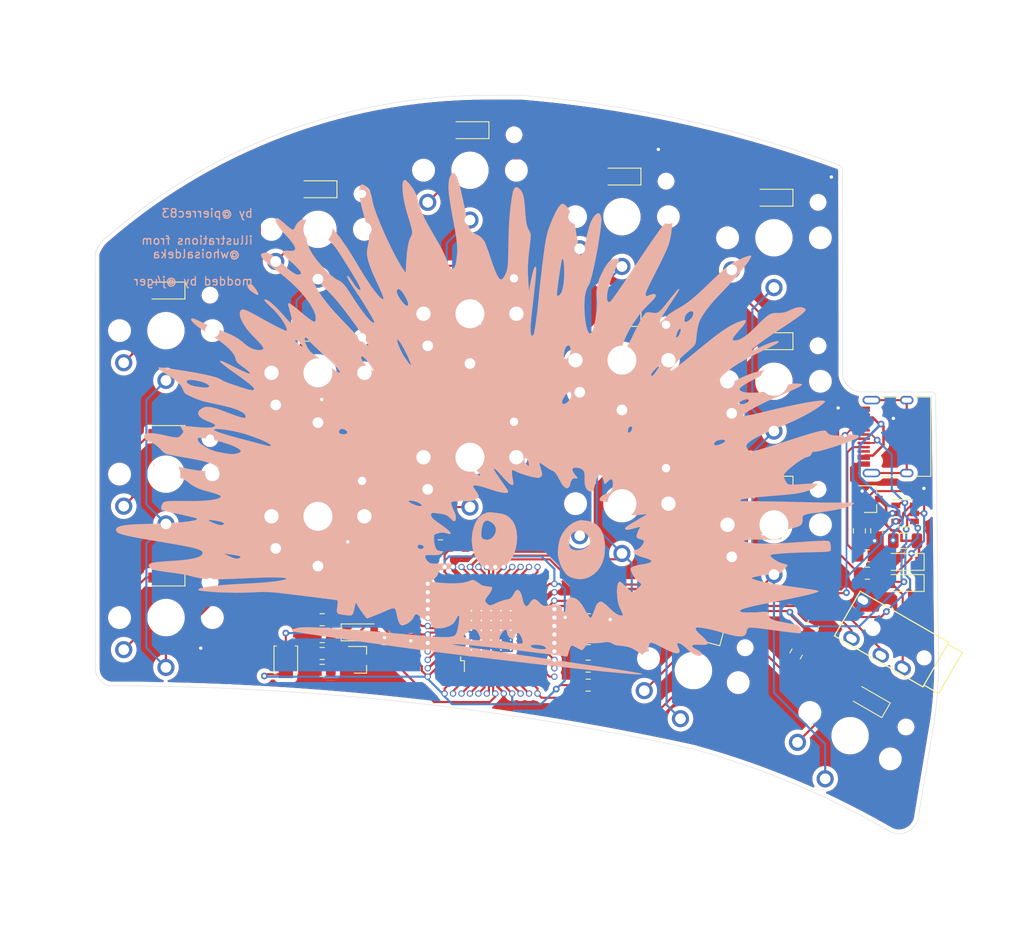
<source format=kicad_pcb>
(kicad_pcb (version 20211014) (generator pcbnew)
  (layers (0 "F.Cu" signal) (31 "B.Cu" signal) (34 "B.Paste" user) (35 "F.Paste" user) (36 "B.SilkS" user "B.Silkscreen") (37 "F.SilkS" user "F.Silkscreen") (38 "B.Mask" user) (39 "F.Mask" user) (44 "Edge.Cuts" user))
  (net 0 "")
  (net 1 "+5V")
  (net 2 "VCC")
  (net 3 "/col4")
  (net 4 "Net-(J1-PadA5)")
  (net 5 "Net-(J1-PadB5)")
  (net 6 "/col0")
  (net 7 "/col2")
  (net 8 "/col1")
  (net 9 "/col3")
  (net 10 "/row0,0")
  (net 11 "/row0,1")
  (net 12 "/row0,2")
  (net 13 "/row0,3")
  (net 14 "Net-(D0_0-Pad2)")
  (net 15 "Net-(D0_1-Pad2)")
  (net 16 "Net-(D0_2-Pad2)")
  (net 17 "Net-(D0_3-Pad2)")
  (net 18 "Net-(D1_0-Pad2)")
  (net 19 "Net-(D1_1-Pad2)")
  (net 20 "Net-(D1_2-Pad2)")
  (net 21 "Net-(D1_3-Pad2)")
  (net 22 "Net-(D1_4-Pad2)")
  (net 23 "Net-(D2_0-Pad2)")
  (net 24 "Net-(D2_1-Pad2)")
  (net 25 "Net-(D2_2-Pad2)")
  (net 26 "Net-(D2_3-Pad2)")
  (net 27 "Net-(D2_4-Pad2)")
  (net 28 "Net-(D3_3-Pad2)")
  (net 29 "Net-(D3_4-Pad2)")
  (net 30 "Net-(D0_4-Pad2)")
  (net 31 "/D-")
  (net 32 "/D+")
  (net 33 "GND")
  (net 34 "+3V3")
  (net 35 "Net-(D3-Pad2)")
  (net 36 "Net-(J1-PadS1)")
  (net 37 "i2c_sda")
  (net 38 "i2c_scl")
  (net 39 "BOOT0")
  (net 40 "NRST")
  (net 41 "Net-(U1-Pad2)")
  (net 42 "Net-(U1-Pad3)")
  (net 43 "Net-(U1-Pad4)")
  (net 44 "Net-(U1-Pad5)")
  (net 45 "Net-(U1-Pad6)")
  (net 46 "Net-(U1-Pad10)")
  (net 47 "Net-(U1-Pad11)")
  (net 48 "Net-(U1-Pad13)")
  (net 49 "Net-(U1-Pad14)")
  (net 50 "Net-(U1-Pad15)")
  (net 51 "Net-(U1-Pad16)")
  (net 52 "Net-(U1-Pad17)")
  (net 53 "Net-(U1-Pad18)")
  (net 54 "Net-(U1-Pad19)")
  (net 55 "Net-(U1-Pad20)")
  (net 56 "Net-(U1-Pad25)")
  (net 57 "Net-(U1-Pad26)")
  (net 58 "Net-(U1-Pad27)")
  (net 59 "Net-(U1-Pad28)")
  (net 60 "Net-(U1-Pad29)")
  (net 61 "Net-(U1-Pad30)")
  (net 62 "Net-(U1-Pad31)")
  (net 63 "Net-(U1-Pad34)")
  (net 64 "Net-(U1-Pad46)")
  (net 65 "Net-(J1-PadB8)")
  (net 66 "Net-(J1-PadA8)")
  (footprint "switches:Choc_PG1350_Choc_Spacing" (layer "F.Cu") (at 22 41)
    (fp_text reference "K0_0" hide)
    (fp_text value "KEYSW" hide)
  )
  (footprint "Resistor_SMD:R_0805_2012Metric_Pad1.15x1.40mm_HandSolder" (layer "F.Cu") (at 105.037679 67.669135 180)
    (fp_text reference "R1" hide)
    (fp_text value "5.1kΩ" hide)
  )
  (footprint "Diode_SMD:D_SOD-123" (layer "F.Cu") (at 40 58.25 180)
    (fp_text reference "D2_1" hide)
    (fp_text value "1N4148W" hide)
  )
  (footprint "switches:Choc_PG1350_Choc_Spacing" (layer "F.Cu") (at 76 44.5)
    (fp_text reference "K1_3" hide)
    (fp_text value "KEYSW" hide)
  )
  (footprint "Diode_SMD:D_SOD-123" (layer "F.Cu") (at 22 53.25 180)
    (fp_text reference "D1_0" hide)
    (fp_text value "1N4148W" hide)
  )
  (footprint "Diode_SMD:D_SOD-123" (layer "F.Cu") (at 94 59.25 180)
    (fp_text reference "D2_4" hide)
    (fp_text value "1N4148W" hide)
  )
  (footprint "Diode_SMD:D_SOD-123" (layer "F.Cu") (at 22 70.25 180)
    (fp_text reference "D2_0" hide)
    (fp_text value "1N4148W" hide)
  )
  (footprint "Diode_SMD:D_SOD-123" (layer "F.Cu") (at 58 17.25 180)
    (fp_text reference "D0_2" hide)
    (fp_text value "1N4148W" hide)
  )
  (footprint "Connector_USB:USB_C_Receptacle_HRO_TYPE-C-31-M-12" (layer "F.Cu") (at 108.675579 53.555419 90)
    (fp_text reference "J1" hide)
    (fp_text value "TYPE-C-31-M-12" hide)
  )
  (footprint "switches:Choc_PG1350_Choc_Spacing" (layer "F.Cu") (at 40 29)
    (fp_text reference "K0_1" hide)
    (fp_text value "KEYSW" hide)
  )
  (footprint "switches:Choc_PG1350_Choc_Spacing" (layer "F.Cu") (at 94 64)
    (fp_text reference "K2_4" hide)
    (fp_text value "KEYSW" hide)
  )
  (footprint "switches:Choc_PG1350_Choc_Spacing" (layer "F.Cu") (at 76 27.5)
    (fp_text reference "K0_3" hide)
    (fp_text value "KEYSW" hide)
  )
  (footprint "Diode_SMD:D_SOD-123" (layer "F.Cu") (at 40 41.25 180)
    (fp_text reference "D1_1" hide)
    (fp_text value "1N4148W" hide)
  )
  (footprint "Diode_SMD:D_SOD-123" (layer "F.Cu") (at 76 22.75 180)
    (fp_text reference "D0_3" hide)
    (fp_text value "1N4148W" hide)
  )
  (footprint "Diode_SMD:D_SOD-123" (layer "F.Cu") (at 105.325 84.86 150)
    (fp_text reference "D3_4" hide)
    (fp_text value "1N4148W" hide)
  )
  (footprint "switches:Choc_PG1350_Choc_Spacing" (layer "F.Cu") (at 22 75)
    (fp_text reference "K2_0" hide)
    (fp_text value "KEYSW" hide)
  )
  (footprint "Diode_SMD:D_SOD-123" (layer "F.Cu") (at 58 51 180)
    (fp_text reference "D2_2" hide)
    (fp_text value "1N4148W" hide)
  )
  (footprint "switches:Choc_PG1350_Choc_Spacing" (layer "F.Cu") (at 76 61.5)
    (fp_text reference "K2_3" hide)
    (fp_text value "KEYSW" hide)
  )
  (footprint "Diode_SMD:D_SOD-123" (layer "F.Cu") (at 85.665 76.79 165)
    (fp_text reference "D3_3" hide)
    (fp_text value "1N4148W" hide)
  )
  (footprint "Diode_SMD:D_SOD-123" (layer "F.Cu") (at 76 39.5 180)
    (fp_text reference "D1_3" hide)
    (fp_text value "1N4148W" hide)
  )
  (footprint "Diode_SMD:D_SOD-123" (layer "F.Cu") (at 58 34.25 180)
    (fp_text reference "D1_2" hide)
    (fp_text value "1N4148W" hide)
  )
  (footprint "Resistor_SMD:R_0805_2012Metric_Pad1.15x1.40mm_HandSolder" (layer "F.Cu") (at 105.060207 69.741686 180)
    (fp_text reference "R2" hide)
    (fp_text value "5.1kΩ" hide)
  )
  (footprint "Diode_SMD:D_SOD-123" (layer "F.Cu") (at 22 36.25 180)
    (fp_text reference "D0_0" hide)
    (fp_text value "1N4148W" hide)
  )
  (footprint "switches:Choc_PG1350_Choc_Spacing" (layer "F.Cu") (at 94 30)
    (fp_text reference "K0_4" hide)
    (fp_text value "KEYSW" hide)
  )
  (footprint "switches:Choc_PG1350_Choc_Spacing" (layer "F.Cu") (at 22 58)
    (fp_text reference "K1_0" hide)
    (fp_text value "KEYSW" hide)
  )
  (footprint "switches:Choc_PG1350_Choc_Spacing" (layer "F.Cu") (at 58 22)
    (fp_text reference "K0_2" hide)
    (fp_text value "KEYSW" hide)
  )
  (footprint "Diode_SMD:D_SOD-123" (layer "F.Cu") (at 94 42.25 180)
    (fp_text reference "D1_4" hide)
    (fp_text value "1N4148W" hide)
  )
  (footprint "Diode_SMD:D_SOD-123" (layer "F.Cu") (at 94 25.25 180)
    (fp_text reference "D0_4" hide)
    (fp_text value "1N4148W" hide)
  )
  (footprint "Diode_SMD:D_SOD-123" (layer "F.Cu") (at 40 24.25 180)
    (fp_text reference "D0_1" hide)
    (fp_text value "1N4148W" hide)
  )
  (footprint "switches:Choc_PG1350_Choc_Spacing" (layer "F.Cu") (at 103.015 88.99 -30)
    (fp_text reference "K3_4" hide)
    (fp_text value "KEYSW" hide)
  )
  (footprint "switches:Choc_PG1350_Choc_Spacing" (layer "F.Cu") (at 40 46)
    (fp_text reference "K1_1" hide)
    (fp_text value "KEYSW" hide)
  )
  (footprint "switches:Choc_PG1350_Choc_Spacing" (layer "F.Cu") (at 58 39)
    (fp_text reference "K1_2" hide)
    (fp_text value "KEYSW" hide)
  )
  (footprint "Diode_SMD:D_SOD-123" (layer "F.Cu") (at 76 56.75 180)
    (fp_text reference "D2_3" hide)
    (fp_text value "1N4148W" hide)
  )
  (footprint "switches:Choc_PG1350_Choc_Spacing" (layer "F.Cu") (at 40 63)
    (fp_text reference "K2_1" hide)
    (fp_text value "KEYSW" hide)
  )
  (footprint "switches:Choc_PG1350_Choc_Spacing" (layer "F.Cu") (at 94 47)
    (fp_text reference "K1_4" hide)
    (fp_text value "KEYSW" hide)
  )
  (footprint "kbd:TRRS-PJ-320A" (layer "F.Cu") (at 113.1674 80.571939 -120)
    (fp_text reference "Jack0" hide)
    (fp_text value "PJ-320A" hide)
  )
  (footprint "switches:Choc_PG1350_Choc_Spacing" (layer "F.Cu") (at 84.455 81.28 -15)
    (fp_text reference "K3_3" hide)
    (fp_text value "KEYSW" hide)
  )
  (footprint "switches:Choc_PG1350_Choc_Spacing" (layer "F.Cu") (at 58 56)
    (fp_text reference "K2_2" hide)
    (fp_text value "KEYSW" hide)
  )
  (footprint "Fuse:Fuse_1206_3216Metric" (layer "F.Cu") (at 109.531156 65.899778 180)
    (fp_text reference "F1" hide)
    (fp_text value "500mA" hide)
  )
  (footprint "Capacitor_SMD:C_0805_2012Metric_Pad1.15x1.40mm_HandSolder" (layer "F.Cu") (at 106.168627 64.723219 -90)
    (fp_text reference "C1" hide)
    (fp_text value "1uF" hide)
  )
  (footprint "Capacitor_SMD:C_0805_2012Metric_Pad1.15x1.40mm_HandSolder" (layer "F.Cu") (at 96.624343 79.311058 -120)
    (fp_text reference "C2" hide)
    (fp_text value "1uF" hide)
  )
  (footprint "Capacitor_SMD:C_0805_2012Metric_Pad1.15x1.40mm_HandSolder" (layer "F.Cu") (at 40.5 77.25 180)
    (fp_text reference "C3" hide)
    (fp_text value "10uF" hide)
  )
  (footprint "Capacitor_SMD:C_0805_2012Metric_Pad1.15x1.40mm_HandSolder" (layer "F.Cu") (at 40.5 81.25 180)
    (fp_text reference "C4" hide)
    (fp_text value "4.7nF" hide)
  )
  (footprint "Capacitor_SMD:C_0805_2012Metric_Pad1.15x1.40mm_HandSolder" (layer "F.Cu") (at 54.5 66.5 180)
    (fp_text reference "C5" hide)
    (fp_text value "0.1uF" hide)
  )
  (footprint "Capacitor_SMD:C_0805_2012Metric_Pad1.15x1.40mm_HandSolder" (layer "F.Cu") (at 58.5 66.5)
    (fp_text reference "C6" hide)
    (fp_text value "4.7uF" hide)
  )
  (footprint "Capacitor_SMD:C_0805_2012Metric_Pad1.15x1.40mm_HandSolder" (layer "F.Cu") (at 72 80.75)
    (fp_text reference "C7" hide)
    (fp_text value "1uF" hide)
  )
  (footprint "Capacitor_SMD:C_0805_2012Metric_Pad1.15x1.40mm_HandSolder" (layer "F.Cu") (at 72 83)
    (fp_text reference "C8" hide)
    (fp_text value "10uF" hide)
  )
  (footprint "Capacitor_SMD:C_0805_2012Metric_Pad1.15x1.40mm_HandSolder" (layer "F.Cu") (at 40.5 79.25)
    (fp_text reference "C9" hide)
    (fp_text value "0.1uF" hide)
  )
  (footprint "Capacitor_SMD:C_0805_2012Metric_Pad1.15x1.40mm_HandSolder" (layer "F.Cu") (at 72 77.5 180)
    (fp_text reference "C10" hide)
    (fp_text value "0.1uF" hide)
  )
  (footprint "Capacitor_SMD:C_0805_2012Metric_Pad1.15x1.40mm_HandSolder" (layer "F.Cu") (at 72 75.25 180)
    (fp_text reference "C11" hide)
    (fp_text value "4.7uF" hide)
  )
  (footprint "Diode_SMD:D_SOD-123" (layer "F.Cu") (at 109.531156 68.399778 180)
    (fp_text reference "D1" hide)
    (fp_text value "SMF9.0CA" hide)
  )
  (footprint "Diode_SMD:D_SOD-123" (layer "F.Cu") (at 109.531156 70.899778 180)
    (fp_text reference "D2" hide)
    (fp_text value "RB060M-30TR" hide)
  )
  (footprint "Diode_SMD:D_SOD-123" (layer "F.Cu") (at 45 76.75)
    (fp_text reference "D3" hide)
    (fp_text value "1N4148W" hide)
  )
  (footprint "Package_TO_SOT_SMD:SOT-23" (layer "F.Cu") (at 45 80)
    (fp_text reference "Q1" hide)
    (fp_text value "PDTC123JT,215" hide)
  )
  (footprint "Resistor_SMD:R_0805_2012Metric_Pad1.15x1.40mm_HandSolder" (layer "F.Cu") (at 98.599343 75.890258 60)
    (fp_text reference "R4" hide)
    (fp_text value "100kΩ" hide)
  )
  (footprint "Resistor_SMD:R_0805_2012Metric_Pad1.15x1.40mm_HandSolder" (layer "F.Cu") (at 40.5 75.25 180)
    (fp_text reference "R5" hide)
    (fp_text value "100kΩ" hide)
  )
  (footprint "Button_Switch_SMD:SW_SPST_B3U-1000P" (layer "F.Cu") (at 36.195 80.01 90)
    (fp_text reference "SW1" hide)
    (fp_text value "B3U-1000P" hide)
  )
  (footprint "breakout_pins:Dual_MCU_QFP_QFN_48_with_breakout_pins" (layer "F.Cu") (at 60.5 76.5 90)
    (fp_text reference "U1" hide)
    (fp_text value "STM32F072CBT6")
  )
  (footprint "Package_TO_SOT_SMD:SOT-23" (layer "F.Cu") (at 105.41 60.96)
    (fp_text reference "U3" hide)
    (fp_text value "MCP1700T-3302E/TT" hide)
  )
  (footprint "Package_TO_SOT_SMD:SOT-23-6" (layer "F.Cu") (at 109.531156 62.649778)
    (fp_text reference "U4" hide)
    (fp_text value "SRV05-4" hide)
  )
  (footprint "Resistor_SMD:R_0805_2012Metric_Pad1.15x1.40mm_HandSolder" (layer "F.Cu") (at 104.122358 64.723219 -90)
    (fp_text reference "R3" hide)
    (fp_text value "100kΩ" hide)
  )
  (footprint "silkscreens:unsafe_rust" (layer "B.Cu") (at 62.65 54.06 172)
    (fp_text reference "G***" hide)
    (fp_text value "LOGO" hide)
  )
  (gr_arc (start 15.71 83.077536) (mid 14.281641 82.537499) (end 13.650019 81.147211) (layer "Edge.Cuts") (width 0.05))
  (gr_arc (start 113.487087 80.693653) (mid 113.360449 83.851719) (end 113.03 86.995) (layer "Edge.Cuts") (width 0.05))
  (gr_line (start 113.03 86.995) (end 111.125 98.425) (layer "Edge.Cuts") (width 0.05))
  (gr_arc (start 111.125 98.425) (mid 109.848301 100.348548) (end 107.543 100.223735) (layer "Edge.Cuts") (width 0.05))
  (gr_line (start 104.185001 48.249541) (end 112.405001 48.270459) (layer "Edge.Cuts") (width 0.05))
  (gr_arc (start 112.405001 48.270459) (mid 112.957016 48.365708) (end 113.155001 48.895) (layer "Edge.Cuts") (width 0.05))
  (gr_arc (start 104.185001 48.249541) (mid 102.853963 47.639053) (end 102.15 46.355) (layer "Edge.Cuts") (width 0.05))
  (gr_line (start 102.15 46.355) (end 102.1 22.059419) (layer "Edge.Cuts") (width 0.05))
  (gr_line (start 13.608055 31.898702) (end 13.650019 81.147211) (layer "Edge.Cuts") (width 0.05))
  (gr_arc (start 84.370665 90.557571) (mid 96.266446 94.648427) (end 107.543 100.223735) (layer "Edge.Cuts") (width 0.05))
  (gr_arc (start 15.71 83.077536) (mid 50.240258 84.982398) (end 84.370665 90.557571) (layer "Edge.Cuts") (width 0.05))
  (gr_line (start 113.155001 48.895) (end 113.487087 80.693653) (layer "Edge.Cuts") (width 0.05))
  (gr_arc (start 15.035 29.885) (mid 36.011524 17.453455) (end 60.008389 13.128139) (layer "Edge.Cuts") (width 0.05))
  (gr_line (start 64.208637 13.136374) (end 60.008389 13.128139) (layer "Edge.Cuts") (width 0.05))
  (gr_arc (start 101.665245 21.378889) (mid 101.982034 21.655645) (end 102.1 22.059419) (layer "Edge.Cuts") (width 0.05))
  (gr_arc (start 64.208637 13.136374) (mid 83.212558 16.005142) (end 101.665245 21.378889) (layer "Edge.Cuts") (width 0.05))
  (gr_arc (start 13.608055 31.898702) (mid 14.164929 30.780882) (end 15.035 29.885) (layer "Edge.Cuts") (width 0.05))
  (gr_text "by @pierrec83\n\nillustrations from\n  @whoisaldeka\n\nmodded by @j4ger" (at 32.385 31.115) (layer "B.SilkS") (effects (font (size 1 1)) (justify left mirror)))
  (segment (start 106.41 60.96) (end 107.281311 61.831311) (width 0.3) (layer "F.Cu") (net 1))
  (segment (start 104.122358 63.698219) (end 106.168627 63.698219) (width 0.3) (layer "F.Cu") (net 1))
  (segment (start 109.106166 65.899778) (end 110.931156 65.899778) (width 0.3) (layer "F.Cu") (net 1))
  (segment (start 107.281311 61.831311) (end 107.281311 64.004933) (width 0.3) (layer "F.Cu") (net 1))
  (segment (start 106.168627 63.698219) (end 106.974597 63.698219) (width 0.3) (layer "F.Cu") (net 1))
  (segment (start 108.754692 64.674768) (end 109.106166 65.026242) (width 0.3) (layer "F.Cu") (net 1))
  (segment (start 106.974597 63.698219) (end 107.95 64.673622) (width 0.3) (layer "F.Cu") (net 1))
  (segment (start 111.181156 66.149778) (end 110.931156 65.899778) (width 0.3) (layer "F.Cu") (net 1))
  (segment (start 107.951146 64.674768) (end 108.754692 64.674768) (width 0.3) (layer "F.Cu") (net 1))
  (segment (start 111.181156 68.399778) (end 111.181156 66.149778) (width 0.3) (layer "F.Cu") (net 1))
  (segment (start 109.106166 65.026242) (end 109.106166 65.899778) (width 0.3) (layer "F.Cu") (net 1))
  (segment (start 111.181156 68.399778) (end 111.181156 70.899778) (width 0.3) (layer "F.Cu") (net 1))
  (segment (start 105.705579 51.305419) (end 104.830579 51.305419) (width 0.3) (layer "F.Cu") (net 2))
  (segment (start 105.705579 55.805419) (end 104.830579 55.805419) (width 0.3) (layer "F.Cu") (net 2))
  (segment (start 106.466722 52.07) (end 105.705579 51.308857) (width 0.3) (layer "F.Cu") (net 2))
  (segment (start 104.830579 51.305419) (end 104.630579 51.105419) (width 0.3) (layer "F.Cu") (net 2))
  (segment (start 106.68 52.07) (end 106.466722 52.07) (width 0.3) (layer "F.Cu") (net 2))
  (segment (start 105.705579 51.308857) (end 105.705579 51.305419) (width 0.3) (layer "F.Cu") (net 2))
  (segment (start 106.974805 52.364805) (end 106.974805 54.536193) (width 0.3) (layer "F.Cu") (net 2))
  (segment (start 106.974805 54.536193) (end 105.705579 55.805419) (width 0.3) (layer "F.Cu") (net 2))
  (segment (start 104.830579 55.805419) (end 104.630579 56.005419) (width 0.3) (layer "F.Cu") (net 2))
  (segment (start 106.68 52.07) (end 106.974805 52.364805) (width 0.3) (layer "F.Cu") (net 2))
  (via (at 106.68 52.07) (size 0.8) (drill 0.4) (layers "F.Cu" "B.Cu") (net 2))
  (via (at 108.101121 65.838651) (size 0.8) (drill 0.4) (layers "F.Cu" "B.Cu") (net 2))
  (segment (start 108.781156 62.82153) (end 108.781156 62.339117) (width 0.3) (layer "B.Cu") (net 2))
  (segment (start 108.781156 62.339117) (end 108.229439 61.7874) (width 0.3) (layer "B.Cu") (net 2))
  (segment (start 108.101121 64.990474) (end 109.22 63.871595) (width 0.3) (layer "B.Cu") (net 2))
  (segment (start 109.22 63.260374) (end 108.781156 62.82153) (width 0.3) (layer "B.Cu") (net 2))
  (segment (start 109.22 63.871595) (end 109.22 63.260374) (width 0.3) (layer "B.Cu") (net 2))
  (segment (start 104.145579 58.298586) (end 104.145579 54.604421) (width 0.3) (layer "B.Cu") (net 2))
  (segment (start 108.101121 65.838651) (end 108.101121 64.990474) (width 0.3) (layer "B.Cu") (net 2))
  (segment (start 108.229439 61.7874) (end 107.634393 61.7874) (width 0.3) (layer "B.Cu") (net 2))
  (segment (start 104.145579 54.604421) (end 106.68 52.07) (width 0.3) (layer "B.Cu") (net 2))
  (segment (start 107.634393 61.7874) (end 104.145579 58.298586) (width 0.3) (layer "B.Cu") (net 2))
  (segment (start 53.5875 71) (end 53 71) (width 0.25) (layer "F.Cu") (net 3))
  (segment (start 92.82206 71.07794) (end 72.407878 71.07794) (width 0.25) (layer "F.Cu") (net 3))
  (segment (start 72.407878 71.07794) (end 68.029908 66.69997) (width 0.25) (layer "F.Cu") (net 3))
  (segment (start 94 69.9) (end 92.82206 71.07794) (width 0.25) (layer "F.Cu") (net 3))
  (segment (start 61.31316 66.69997) (end 59.58817 64.97498) (width 0.25) (layer "F.Cu") (net 3))
  (segment (start 59.58817 64.97498) (end 53.41183 64.97498) (width 0.25) (layer "F.Cu") (net 3))
  (segment (start 56.3375 73.75) (end 53.5875 71) (width 0.25) (layer "F.Cu") (net 3))
  (segment (start 52.57499 70.57499) (end 53 71) (width 0.25) (layer "F.Cu") (net 3))
  (segment (start 68.029908 66.69997) (end 61.31316 66.69997) (width 0.25) (layer "F.Cu") (net 3))
  (segment (start 52.57499 65.81182) (end 52.57499 70.57499) (width 0.25) (layer "F.Cu") (net 3))
  (segment (start 53.41183 64.97498) (end 52.57499 65.81182) (width 0.25) (layer "F.Cu") (net 3))
  (segment (start 94 52.9) (end 91.44 55.46) (width 0.254) (layer "B.Cu") (net 3))
  (segment (start 91.44 67.34) (end 94 69.9) (width 0.254) (layer "B.Cu") (net 3))
  (segment (start 91.44 38.46) (end 91.44 50.34) (width 0.254) (layer "B.Cu") (net 3))
  (segment (start 94 35.9) (end 91.44 38.46) (width 0.254) (layer "B.Cu") (net 3))
  (segment (start 94 69.9) (end 94 83.913382) (width 0.254) (layer "B.Cu") (net 3))
  (segment (start 91.44 50.34) (end 94 52.9) (width 0.254) (layer "B.Cu") (net 3))
  (segment (start 94 83.913382) (end 100.065 89.978382) (width 0.254) (layer "B.Cu") (net 3))
  (segment (start 100.065 89.978382) (end 100.065 94.09955) (width 0.254) (layer "B.Cu") (net 3))
  (segment (start 91.44 55.46) (end 91.44 67.34) (width 0.254) (layer "B.Cu") (net 3))
  (segment (start 104.012679 67.669135) (end 102.685 66.341456) (width 0.25) (layer "F.Cu") (net 4))
  (segment (start 102.685 66.341456) (end 102.685 55.43) (width 0.25) (layer "F.Cu") (net 4))
  (segment (start 102.685 55.43) (end 103.309581 54.805419) (width 0.25) (layer "F.Cu") (net 4))
  (segment (start 103.309581 54.805419) (end 104.630579 54.805419) (width 0.25) (layer "F.Cu") (net 4))
  (segment (start 102.499581 51.805419) (end 104.630579 51.805419) (width 0.25) (layer "F.Cu") (net 5))
  (segment (start 104.035207 69.741686) (end 101.6 67.306479) (width 0.25) (layer "F.Cu") (net 5))
  (segment (start 101.6 67.306479) (end 101.6 52.705) (width 0.25) (layer "F.Cu") (net 5))
  (segment (start 101.6 52.705) (end 102.499581 51.805419) (width 0.25) (layer "F.Cu") (net 5))
  (segment (start 45.989865 72.984331) (end 27.772375 72.984331) (width 0.254) (layer "F.Cu") (net 6))
  (segment (start 54.25 77.75) (end 53 79) (width 0.25) (layer "F.Cu") (net 6))
  (segment (start 49.502767 76.497233) (end 50.030533 77.024999) (width 0.25) (layer "F.Cu") (net 6))
  (segment (start 49.327767 76.322233) (end 49.502767 76.497233) (width 0.25) (layer "F.Cu") (net 6))
  (segment (start 51.348001 77.024999) (end 52.299999 77.976997) (width 0.25) (layer "F.Cu") (net 6))
  (segment (start 22 80.9) (end 22 78.756706) (width 0.254) (layer "F.Cu") (net 6))
  (segment (start 50.030533 77.024999) (end 51.348001 77.024999) (width 0.25) (layer "F.Cu") (net 6))
  (segment (start 52.299999 78.299999) (end 53 79) (width 0.25) (layer "F.Cu") (net 6))
  (segment (start 56.3375 77.75) (end 54.25 77.75) (width 0.25) (layer "F.Cu") (net 6))
  (segment (start 52.299999 77.976997) (end 52.299999 78.299999) (width 0.25) (layer "F.Cu") (net 6))
  (segment (start 49.327767 76.322233) (end 45.989865 72.984331) (width 0.254) (layer "F.Cu") (net 6))
  (segment (start 27.772375 72.984331) (end 22 78.756706) (width 0.254) (layer "F.Cu") (net 6))
  (segment (start 19.685 49.215) (end 19.685 61.585) (width 0.254) (layer "B.Cu") (net 6))
  (segment (start 22 63.9) (end 19.685 66.215) (width 0.254) (layer "B.Cu") (net 6))
  (segment (start 22 46.9) (end 19.685 49.215) (width 0.254) (layer "B.Cu") (net 6))
  (segment (start 19.685 78.585) (end 22 80.9) (width 0.254) (layer "B.Cu") (net 6))
  (segment (start 19.685 61.585) (end 22 63.9) (width 0.254) (layer "B.Cu") (net 6))
  (segment (start 19.685 66.215) (end 19.685 78.585) (width 0.254) (layer "B.Cu") (net 6))
  (segment (start 51.549989 72.401029) (end 52.14896 73) (width 0.25) (layer "F.Cu") (net 7))
  (segment (start 56.3375 74.75) (end 56.33 74.75) (width 0.25) (layer "F.Cu") (net 7))
  (segment (start 54.72501 74.72501) (end 53 73) (width 0.25) (layer "F.Cu") (net 7))
  (segment (start 52.14896 73) (end 52.75 73) (width 0.25) (layer "F.Cu") (net 7))
  (segment (start 51.549989 65.564001) (end 51.549989 72.401029) (width 0.25) (layer "F.Cu") (net 7))
  (segment (start 58 61.9) (end 55.21399 61.9) (width 0.25) (layer "F.Cu") (net 7))
  (segment (start 55.21399 61.9) (end 51.549989 65.564001) (width 0.25) (layer "F.Cu") (net 7))
  (segment (start 56.30501 74.72501) (end 54.72501 74.72501) (width 0.25) (layer "F.Cu") (net 7))
  (segment (start 56.33 74.75) (end 56.30501 74.72501) (width 0.25) (layer "F.Cu") (net 7))
  (segment (start 55.245 59.145) (end 55.245 47.655) (width 0.254) (layer "B.Cu") (net 7))
  (segment (start 55.245 42.145) (end 58 44.9) (width 0.254) (layer "B.Cu") (net 7))
  (segment (start 58 61.9) (end 55.245 59.145) (width 0.254) (layer "B.Cu") (net 7))
  (segment (start 55.245 30.655) (end 55.245 42.145) (width 0.254) (layer "B.Cu") (net 7))
  (segment (start 55.245 47.655) (end 58 44.9) (width 0.254) (layer "B.Cu") (net 7))
  (segment (start 58 27.9) (end 55.245 30.655) (width 0.254) (layer "B.Cu") (net 7))
  (segment (start 49.565314 74) (end 44.465314 68.9) (width 0.25) (layer "F.Cu") (net 8))
  (segment (start 52.75 74) (end 49.565314 74) (width 0.25) (layer "F.Cu") (net 8))
  (segment (start 56.3375 75.25) (end 55.98 75.25) (width 0.25) (layer "F.Cu") (net 8))
  (segment (start 55.98 75.25) (end 55.95501 75.22501) (width 0.25) (layer "F.Cu") (net 8))
  (segment (start 55.95501 75.22501) (end 54.22501 75.22501) (width 0.25) (layer "F.Cu") (net 8))
  (segment (start 54.22501 75.22501) (end 53 74) (width 0.25) (layer "F.Cu") (net 8))
  (segment (start 44.465314 68.9) (end 40 68.9) (width 0.25) (layer "F.Cu") (net 8))
  (segment (start 37.465 54.435) (end 37.465 66.365) (width 0.254) (layer "B.Cu") (net 8))
  (segment (start 37.465 49.365) (end 37.465 37.435) (width 0.254) (layer "B.Cu") (net 8))
  (segment (start 40 51.9) (end 37.465 54.435) (width 0.254) (layer "B.Cu") (net 8))
  (segment (start 40 51.9) (end 37.465 49.365) (width 0.254) (layer "B.Cu") (net 8))
  (segment (start 37.465 66.365) (end 40 68.9) (width 0.254) (layer "B.Cu") (net 8))
  (segment (start 37.465 37.435) (end 40 34.9) (width 0.254) (layer "B.Cu") (net 8))
  (segment (start 70.058174 68.091826) (end 68.216308 66.24996) (width 0.25) (layer "F.Cu") (net 9))
  (segment (start 61.49956 66.24996) (end 59.7496 64.5) (width 0.25) (layer "F.Cu") (net 9))
  (segment (start 52.14896 72) (end 52.75 72) (width 0.25) (layer "F.Cu") (net 9))
  (segment (start 53.2504 64.5) (end 51.999999 65.750401) (width 0.25) (layer "F.Cu") (net 9))
  (segment (start 68.216308 66.24996) (end 61.49956 66.24996) (width 0.25) (layer "F.Cu") (net 9))
  (segment (start 56.3375 74.25) (end 55.286002 74.25) (width 0.25) (layer "F.Cu") (net 9))
  (segment (start 51.999999 71.851039) (end 52.14896 72) (width 0.25) (layer "F.Cu") (net 9))
  (segment (start 76 67.4) (end 75.308174 68.091826) (width 0.25) (layer "F.Cu") (net 9))
  (segment (start 75.308174 68.091826) (end 70.058174 68.091826) (width 0.25) (layer "F.Cu") (net 9))
  (segment (start 53.036002 72) (end 53 72) (width 0.25) (layer "F.Cu") (net 9))
  (segment (start 51.999999 65.750401) (end 51.999999 71.851039) (width 0.25) (layer "F.Cu") (net 9))
  (segment (start 55.286002 74.25) (end 53.036002 72) (width 0.25) (layer "F.Cu") (net 9))
  (segment (start 59.7496 64.5) (end 53.2504 64.5) (width 0.25) (layer "F.Cu") (net 9))
  (segment (start 77.163809 68.563809) (end 77.163809 72.083809) (width 0.254) (layer "B.Cu") (net 9))
  (segment (start 77.163809 72.083809) (end 81.28 76.2) (width 0.254) (layer "B.Cu") (net 9))
  (segment (start 76 50.4) (end 73.025 53.375) (width 0.254) (layer "B.Cu") (net 9))
  (segment (start 76 33.4) (end 73.025 36.375) (width 0.254) (layer "B.Cu") (net 9))
  (segment (start 81.28 76.2) (end 81.28 85.330994) (width 0.254) (layer "B.Cu") (net 9))
  (segment (start 73.025 53.375) (end 73.025 64.425) (width 0.254) (layer "B.Cu") (net 9))
  (segment (start 76 67.4) (end 77.163809 68.563809) (width 0.254) (layer "B.Cu") (net 9))
  (segment (start 73.025 64.425) (end 76 67.4) (width 0.254) (layer "B.Cu") (net 9))
  (segment (start 73.025 47.425) (end 76 50.4) (width 0.254) (layer "B.Cu") (net 9))
  (segment (start 81.28 85.330994) (end 82.927968 86.978962) (width 0.254) (layer "B.Cu") (net 9))
  (segment (start 73.025 36.375) (end 73.025 47.425) (width 0.254) (layer "B.Cu") (net 9))
  (segment (start 35.39 24.26) (end 36.327001 23.322999) (width 0.254) (layer "F.Cu") (net 10))
  (segment (start 25.820499 38.420499) (end 25.820499 48.379501) (width 0.25) (layer "F.Cu") (net 10))
  (segment (start 46.177921 72.530321) (end 22.430321 72.530321) (width 0.254) (layer "F.Cu") (net 10))
  (segment (start 23.65 36.25) (end 25.820499 38.420499) (width 0.25) (layer "F.Cu") (net 10))
  (segment (start 52.226738 77) (end 51.493256 76.266518) (width 0.25) (layer "F.Cu") (net 10))
  (segment (start 49.309988 22.70001) (end 55.659999 16.349999) (width 0.2) (layer "F.Cu") (net 10))
  (segment (start 55.659999 16.349999) (end 58.749999 16.349999) (width 0.2) (layer "F.Cu") (net 10))
  (segment (start 48.7188 75.0712) (end 46.177921 72.530321) (width 0.254) (layer "F.Cu") (net 10))
  (segment (start 24.765 56.515) (end 21.8 53.55) (width 0.254) (layer "F.Cu") (net 10))
  (segment (start 56.15501 76.77499) (end 53.22501 76.77499) (width 0.25) (layer "F.Cu") (net 10))
  (segment (start 21.7 68.65) (end 24.765 65.585) (width 0.254) (layer "F.Cu") (net 10))
  (segment (start 30.85 35.08) (end 33.12 32.81) (width 0.25) (layer "F.Cu") (net 10))
  (segment (start 86.309037 24.322999) (end 94.722999 24.322999) (width 0.254) (layer "F.Cu") (net 10))
  (segment (start 77.65 22.75) (end 78.81 21.59) (width 0.254) (layer "F.Cu") (net 10))
  (segment (start 33.12 26.53) (end 35.39 24.26) (width 0.25) (layer "F.Cu") (net 10))
  (segment (start 36.327001 23.322999) (end 40.722999 23.322999) (width 0.254) (layer "F.Cu") (net 10))
  (segment (start 41.65 24.25) (end 43.19999 22.70001) (width 0.2) (layer "F.Cu") (net 10))
  (segment (start 62.99 20.59) (end 75.49 20.59) (width 0.25) (layer "F.Cu") (net 10))
  (segment (start 83.576038 21.59) (end 86.309037 24.322999) (width 0.254) (layer "F.Cu") (net 10))
  (segment (start 22.430321 72.530321) (end 21.7 71.8) (width 0.254) (layer "F.Cu") (net 10))
  (segment (start 49.914118 76.266518) (end 48.7188 75.0712) (width 0.25) (layer "F.Cu") (net 10))
  (segment (start 53.22501 76.77499) (end 53 77) (width 0.25) (layer "F.Cu") (net 10))
  (segment (start 40.722999 23.322999) (end 41.65 24.25) (width 0.254) (layer "F.Cu") (net 10))
  (segment (start 24.765 65.585) (end 24.765 56.515) (width 0.254) (layer "F.Cu") (net 10))
  (segment (start 23.65 36.25) (end 24.82 35.08) (width 0.25) (layer "F.Cu") (net 10))
  (segment (start 75.49 20.59) (end 76.71 21.81) (width 0.25) (layer "F.Cu") (net 10))
  (segment (start 94.722999 24.322999) (end 95.65 25.25) (width 0.254) (layer "F.Cu") (net 10))
  (segment (start 21.7 71.8) (end 21.7 68.65) (width 0.254) (layer "F.Cu") (net 10))
  (segment (start 58.749999 16.349999) (end 59.65 17.25) (width 0.2) (layer "F.Cu") (net 10))
  (segment (start 21.8 53.55) (end 21.8 52.4) (width 0.254) (layer "F.Cu") (net 10))
  (segment (start 56.18 76.75) (end 56.15501 76.77499) (width 0.25) (layer "F.Cu") (net 10))
  (segment (start 33.12 32.81) (end 33.12 26.53) (width 0.25) (layer "F.Cu") (net 10))
  (segment (start 51.493256 76.266518) (end 49.914118 76.266518) (width 0.25) (layer "F.Cu") (net 10))
  (segment (start 59.65 17.25) (end 62.99 20.59) (width 0.25) (layer "F.Cu") (net 10))
  (segment (start 43.19999 22.70001) (end 49.309988 22.70001) (width 0.2) (layer "F.Cu") (net 10))
  (segment (start 24.82 35.08) (end 30.85 35.08) (width 0.25) (layer "F.Cu") (net 10))
  (segment (start 25.820499 48.379501) (end 21.8 52.4) (width 0.25) (layer "F.Cu") (net 10))
  (segment (start 56.3375 76.75) (end 56.18 76.75) (width 0.25) (layer "F.Cu") (net 10))
  (segment (start 78.81 21.59) (end 83.576038 21.59) (width 0.254) (layer "F.Cu") (net 10))
  (segment (start 76.71 21.81) (end 77.65 22.75) (width 0.254) (layer "F.Cu") (net 10))
  (segment (start 52.75 77) (end 52.226738 77) (width 0.25) (layer "F.Cu") (net 10))
  (segment (start 50.039666 75.75) (end 51.8375 75.75) (width 0.254) (layer "F.Cu") (net 11))
  (segment (start 59.65 34.25) (end 60.57936 33.32064) (width 0.254) (layer "F.Cu") (net 11))
  (segment (start 58.722999 33.322999) (end 59.65 34.25) (width 0.254) (layer "F.Cu") (net 11))
  (segment (start 36.327001 40.322999) (end 40.722999 40.322999) (width 0.254) (layer "F.Cu") (net 11))
  (segment (start 22.15401 69.28599) (end 22.15401 71.611944) (width 0.254) (layer "F.Cu") (net 11))
  (segment (start 60.57936 33.32064) (end 71.47064 33.32064) (width 0.254) (layer "F.Cu") (net 11))
  (segment (start 46.363149 72.076311) (end 45.546311 72.076311) (width 0.25) (layer "F.Cu") (net 11))
  (segment (start 90.865 37.465) (end 95.65 42.25) (width 0.254) (layer "F.Cu") (net 11))
  (segment (start 52.01201 75.70201) (end 49.988848 75.70201) (width 0.25) (layer "F.Cu") (net 11))
  (segment (start 77.65 39.5) (end 79.245 39.5) (width 0.254) (layer "F.Cu") (net 11))
  (segment (start 22.15401 71.611944) (end 22.618377 72.076311) (width 0.254) (layer "F.Cu") (net 11))
  (segment (start 46.365977 72.076311) (end 32.75 72.076311) (width 0.254) (layer "F.Cu") (net 11))
  (segment (start 53.25 76.25) (end 53 76) (width 0.25) (layer "F.Cu") (net 11))
  (segment (start 41.65 41.25) (end 41.65 40.060038) (width 0.254) (layer "F.Cu") (net 11))
  (segment (start 23.65 53.25) (end 25.4 55) (width 0.254) (layer "F.Cu") (net 11))
  (segment (start 25.4 55) (end 25.4 66.04) (width 0.254) (layer "F.Cu") (net 11))
  (segment (start 79.245 39.5) (end 81.28 37.465) (width 0.254) (layer "F.Cu") (net 11))
  (segment (start 52.75 76) (end 52.31 76) (width 0.25) (layer "F.Cu") (net 11))
  (segment (start 81.28 37.465) (end 90.865 37.465) (width 0.254) (layer "F.Cu") (net 11))
  (segment (start 22.618377 72.076311) (end 45.546311 72.076311) (width 0.254) (layer "F.Cu") (net 11))
  (segment (start 46.365977 72.076311) (end 50.039666 75.75) (width 0.254) (layer "F.Cu") (net 11))
  (segment (start 71.47064 33.32064) (end 77.65 39.5) (width 0.254) (layer "F.Cu") (net 11))
  (segment (start 40.722999 40.322999) (end 41.65 41.25) (width 0.254) (layer "F.Cu") (net 11))
  (segment (start 56.3375 76.25) (end 53.25 76.25) (width 0.25) (layer "F.Cu") (net 11))
  (segment (start 52.31 76) (end 52.01201 75.70201) (width 0.25) (layer "F.Cu") (net 11))
  (segment (start 41.65 40.060038) (end 48.387039 33.322999) (width 0.254) (layer "F.Cu") (net 11))
  (segment (start 48.387039 33.322999) (end 58.722999 33.322999) (width 0.254) (layer "F.Cu") (net 11))
  (segment (start 49.988848 75.70201) (end 46.363149 72.076311) (width 0.25) (layer "F.Cu") (net 11))
  (segment (start 45.546311 72.076311) (end 46.365977 72.076311) (width 0.254) (layer "F.Cu") (net 11))
  (segment (start 23.65 53) (end 36.327001 40.322999) (width 0.254) (layer "F.Cu") (net 11))
  (segment (start 25.4 66.04) (end 22.15401 69.28599) (width 0.254) (layer "F.Cu") (net 11))
  (segment (start 58.722999 50.072999) (end 59.65 51) (width 0.254) (layer "F.Cu") (net 12))
  (segment (start 23.65 70.25) (end 36.577001 57.322999) (width 0.254) (layer "F.Cu") (net 12))
  (segment (start 52.740001 74.750001) (end 49.678905 74.750001) (width 0.25) (layer "F.Cu") (net 12))
  (segment (start 56.21501 75.72501) (end 53.72501 75.72501) (width 0.25) (layer "F.Cu") (net 12))
  (segment (start 23.65 70.25) (end 25 70.25) (width 0.254) (layer "F.Cu") (net 12))
  (segment (start 56.24 75.75) (end 56.21501 75.72501) (width 0.25) (layer "F.Cu") (net 12))
  (segment (start 25 70.25) (end 26.044938 69.205062) (width 0.254) (layer "F.Cu") (net 12))
  (segment (start 94.651408 59.25) (end 95.65 59.25) (width 0.25) (layer "F.Cu") (net 12))
  (segment (start 77.65 56.75) (end 78.55 55.85) (width 0.25) (layer "F.Cu") (net 12))
  (segment (start 71.065 50.165) (end 77.65 56.75) (width 0.254) (layer "F.Cu") (net 12))
  (segment (start 41.65 58.25) (end 41.65 57.25) (width 0.254) (layer "F.Cu") (net 12))
  (segment (start 41.65 57.25) (end 48.827001 50.072999) (width 0.254) (layer "F.Cu") (net 12))
  (segment (start 53.72501 75.72501) (end 53 75) (width 0.25) (layer "F.Cu") (net 12))
  (segment (start 30.470062 69.205062) (end 32.887301 71.622301) (width 0.254) (layer "F.Cu") (net 12))
  (segment (start 48.827001 50.072999) (end 58.722999 50.072999) (width 0.254) (layer "F.Cu") (net 12))
  (segment (start 59.65 51) (end 60.485 50.165) (width 0.254) (layer "F.Cu") (net 12))
  (segment (start 46.551205 71.622301) (end 45.787699 71.622301) (width 0.25) (layer "F.Cu") (net 12))
  (segment (start 40.722999 57.322999) (end 41.65 58.25) (width 0.254) (layer "F.Cu") (net 12))
  (segment (start 78.55 55.85) (end 91.251409 55.850001) (width 0.25) (layer "F.Cu") (net 12))
  (segment (start 26.044938 69.205062) (end 30.470062 69.205062) (width 0.254) (layer "F.Cu") (net 12))
  (segment (start 49.678905 74.750001) (end 46.551205 71.622301) (width 0.25) (layer "F.Cu") (net 12))
  (segment (start 36.577001 57.322999) (end 40.722999 57.322999) (width 0.254) (layer "F.Cu") (net 12))
  (segment (start 56.3375 75.75) (end 56.24 75.75) (width 0.25) (layer "F.Cu") (net 12))
  (segment (start 91.251409 55.850001) (end 94.651408 59.25) (width 0.25) (layer "F.Cu") (net 12))
  (segment (start 32.887301 71.622301) (end 45.787699 71.622301) (width 0.254) (layer "F.Cu") (net 12))
  (segment (start 60.485 50.165) (end 71.065 50.165) (width 0.254) (layer "F.Cu") (net 12))
  (segment (start 106.753942 85.446094) (end 106.753942 85.685) (width 0.254) (layer "F.Cu") (net 13))
  (segment (start 75.565 86.995) (end 79.375 86.995) (width 0.25) (layer "F.Cu") (net 13))
  (segment (start 66 83.4125) (end 66 84) (width 0.25) (layer "F.Cu") (net 13))
  (segment (start 81.915 84.455) (end 85.09 84.455) (width 0.25) (layer "F.Cu") (net 13))
  (segment (start 66.5 84.5) (end 73.07 84.5) (width 0.25) (layer "F.Cu") (net 13))
  (segment (start 66 84) (end 66.5 84.5) (width 0.25) (layer "F.Cu") (net 13))
  (segment (start 79.375 86.995) (end 81.915 84.455) (width 0.25) (layer "F.Cu") (net 13))
  (segment (start 90.958089 77.217051) (end 96.704413 82.963375) (width 0.254) (layer "F.Cu") (net 13))
  (segment (start 96.704413 82.963375) (end 104.271223 82.963375) (width 0.254) (layer "F.Cu") (net 13))
  (segment (start 104.271223 82.963375) (end 106.753942 85.446094) (width 0.254) (layer "F.Cu") (net 13))
  (segment (start 87.258778 77.217051) (end 90.958089 77.217051) (width 0.254) (layer "F.Cu") (net 13))
  (segment (start 63.25 80.6625) (end 66 83.4125) (width 0.25) (layer "F.Cu") (net 13))
  (segment (start 85.09 84.455) (end 87.258778 82.286222) (width 0.25) (layer "F.Cu") (net 13))
  (segment (start 73.07 84.5) (end 75.565 86.995) (width 0.25) (layer "F.Cu") (net 13))
  (segment (start 87.258778 82.286222) (end 87.258778 77.217051) (width 0.25) (layer "F.Cu") (net 13))
  (segment (start 18.015999 38.334001) (end 18.015999 43.784001) (width 0.254) (layer "F.Cu") (net 14))
  (segment (start 20.35 36) (end 18.015999 38.334001) (width 0.254) (layer "F.Cu") (net 14))
  (segment (start 18.015999 43.784001) (end 17 44.8) (width 0.254) (layer "F.Cu") (net 14))
  (segment (start 36.015999 26.584001) (end 38.35 24.25) (width 0.254) (layer "F.Cu") (net 15))
  (segment (start 35 32.8) (end 36.015999 31.784001) (width 0.254) (layer "F.Cu") (net 15))
  (segment (start 36.015999 31.784001) (end 36.015999 26.584001) (width 0.254) (layer "F.Cu") (net 15))
  (segment (start 54.61 18.146706) (end 54.61 24.19) (width 0.254) (layer "F.Cu") (net 16))
  (segment (start 55.506706 17.25) (end 54.61 18.146706) (width 0.254) (layer "F.Cu") (net 16))
  (segment (start 56.35 17.25) (end 55.506706 17.25) (width 0.254) (layer "F.Cu") (net 16))
  (segment (start 54.61 24.19) (end 53 25.8) (width 0.254) (layer "F.Cu") (net 16))
  (segment (start 71 31.3) (end 72.015999 30.284001) (width 0.254) (layer "F.Cu") (net 17))
  (segment (start 72.015999 25.084001) (end 74.35 22.75) (width 0.254) (layer "F.Cu") (net 17))
  (segment (start 72.015999 30.284001) (end 72.015999 25.084001) (width 0.254) (layer "F.Cu") (net 17))
  (segment (start 18.015999 55.334001) (end 18.015999 60.784001) (width 0.254) (layer "F.Cu") (net 18))
  (segment (start 20.35 53) (end 18.015999 55.334001) (width 0.254) (layer "F.Cu") (net 18))
  (segment (start 18.015999 60.784001) (end 17 61.8) (width 0.254) (layer "F.Cu") (net 18))
  (segment (start 36.195 48.605) (end 35 49.8) (width 0.254) (layer "F.Cu") (net 19))
  (segment (start 36.195 43.405) (end 36.195 48.605) (width 0.254) (layer "F.Cu") (net 19))
  (segment (start 38.35 41.25) (end 36.195 43.405) (width 0.254) (layer "F.Cu") (net 19))
  (segment (start 54.015999 36.584001) (end 54.015999 41.784001) (width 0.254) (layer "F.Cu") (net 20))
  (segment (start 54.015999 41.784001) (end 53 42.8) (width 0.254) (layer "F.Cu") (net 20))
  (segment (start 56.35 34.25) (end 54.015999 36.584001) (width 0.254) (layer "F.Cu") (net 20))
  (segment (start 74.35 39.5) (end 72.015999 41.834001) (width 0.254) (layer "F.Cu") (net 21))
  (segment (start 72.015999 41.834001) (end 72.015999 47.284001) (width 0.254) (layer "F.Cu") (net 21))
  (segment (start 72.015999 47.284001) (end 71 48.3) (width 0.254) (layer "F.Cu") (net 21))
  (segment (start 90.17 44.43) (end 90.17 49.63) (width 0.254) (layer "F.Cu") (net 22))
  (segment (start 92.35 42.25) (end 90.17 44.43) (width 0.254) (layer "F.Cu") (net 22))
  (segment (start 90.17 49.63) (end 89 50.8) (width 0.254) (layer "F.Cu") (net 22))
  (segment (start 19.646 70.25) (end 18.415 71.481) (width 0.254) (layer "F.Cu") (net 23))
  (segment (start 20.35 70.25) (end 19.646 70.25) (width 0.254) (layer "F.Cu") (net 23))
  (segment (start 18.415 71.481) (end 18.415 77.385) (width 0.254) (layer "F.Cu") (net 23))
  (segment (start 18.415 77.385) (end 17 78.8) (width 0.254) (layer "F.Cu") (net 23))
  (segment (start 36.195 60.405) (end 36.195 65.605) (width 0.254) (layer "F.Cu") (net 24))
  (segment (start 36.195 65.605) (end 35 66.8) (width 0.254) (layer "F.Cu") (net 24))
  (segment (start 38.35 58.25) (end 36.195 60.405) (width 0.254) (layer "F.Cu") (net 24))
  (segment (start 55.646 51) (end 54.61 52.036) (width 0.254) (layer "F.Cu") (net 25))
  (segment (start 54.61 52.036) (end 54.61 58.19) (width 0.254) (layer "F.Cu") (net 25))
  (segment (start 56.35 51) (end 55.646 51) (width 0.254) (layer "F.Cu") (net 25))
  (segment (start 54.61 58.19) (end 53 59.8) (width 0.254) (layer "F.Cu") (net 25))
  (segment (start 72.015999 64.284001) (end 71 65.3) (width 0.254) (layer "F.Cu") (net 26))
  (segment (start 72.015999 59.084001) (end 72.015999 64.284001) (width 0.254) (layer "F.Cu") (net 26))
  (segment (start 74.35 56.75) (end 72.015999 59.084001) (width 0.254) (layer "F.Cu") (net 26))
  (segment (start 90.805 60.795) (end 90.805 65.995) (width 0.254) (layer "F.Cu") (net 27))
  (segment (start 90.805 65.995) (end 89 67.8) (width 0.254) (layer "F.Cu") (net 27))
  (segment (start 92.35 59.25) (end 90.805 60.795) (width 0.254) (layer "F.Cu") (net 27))
  (segment (start 84.071222 78.227059) (end 84.071222 76.362949) (width 0.254) (layer "F.Cu") (net 28))
  (segment (start 78.641858 83.656423) (end 84.071222 78.227059) (width 0.254) (layer "F.Cu") (net 28))
  (segment (start 102.53077 84.035) (end 103.896058 84.035) (width 0.254) (layer "F.Cu") (net 29))
  (segment (start 96.784873 89.780897) (end 102.53077 84.035) (width 0.254) (layer "F.Cu") (net 29))
  (segment (start 90.015999 27.584001) (end 90.015999 32.784001) (width 0.254) (layer "F.Cu") (net 30))
  (segment (start 92.35 25.25) (end 90.015999 27.584001) (width 0.254) (layer "F.Cu") (net 30))
  (segment (start 90.015999 32.784001) (end 89 33.8) (width 0.254) (layer "F.Cu") (net 30))
  (segment (start 110.631156 63.599778) (end 110.631156 63.999778) (width 0.25) (layer "F.Cu") (net 31))
  (segment (start 107.315 74.295) (end 106.68 74.93) (width 0.25) (layer "F.Cu") (net 31))
  (segment (start 59.639999 68.099999) (end 59 68.739998) (width 0.25) (layer "F.Cu") (net 31))
  (segment (start 59.75 72.3375) (end 59.75 69.75) (width 0.25) (layer "F.Cu") (net 31))
  (segment (start 106.68 74.93) (end 103.78606 74.93) (width 0.25) (layer "F.Cu") (net 31))
  (segment (start 71.91697 72.56697) (end 67.449999 68.099999) (width 0.25) (layer "F.Cu") (net 31))
  (segment (start 103.78606 74.93) (end 101.42303 72.56697) (width 0.25) (layer "F.Cu") (net 31))
  (segment (start 109.031156 61.399778) (end 108.731156 61.699778) (width 0.25) (layer "F.Cu") (net 31))
  (segment (start 101.42303 72.56697) (end 71.91697 72.56697) (width 0.25) (layer "F.Cu") (net 31))
  (segment (start 106.224805 53.975) (end 105.555224 53.305419) (width 0.2) (layer "F.Cu") (net 31))
  (segment (start 106.224805 53.975) (end 105.894386 54.305419) (width 0.2) (layer "F.Cu") (net 31))
  (segment (start 105.894386 54.305419) (end 104.630579 54.305419) (width 0.2) (layer "F.Cu") (net 31))
  (segment (start 59.75 69.75) (end 59 69) (width 0.25) (layer "F.Cu") (net 31))
  (segment (start 110.631156 63.999778) (end 111.031156 64.399778) (width 0.25) (layer "F.Cu") (net 31))
  (segment (start 105.555224 53.305419) (end 104.630579 53.305419) (width 0.2) (layer "F.Cu") (net 31))
  (segment (start 108.731156 61.699778) (end 108.431156 61.699778) (width 0.25) (layer "F.Cu") (net 31))
  (segment (start 109.491154 61.399778) (end 109.031156 61.399778) (width 0.25) (layer "F.Cu") (net 31))
  (segment (start 67.449999 68.099999) (end 59.639999 68.099999) (width 0.25) (layer "F.Cu") (net 31))
  (segment (start 109.501154 61.389778) (end 109.491154 61.399778) (width 0.25) (layer "F.Cu") (net 31))
  (via (at 111.031156 64.399778) (size 0.8) (drill 0.4) (layers "F.Cu" "B.Cu") (net 31))
  (via (at 106.224805 53.975) (size 0.8) (drill 0.4) (layers "F.Cu" "B.Cu") (net 31))
  (via (at 109.501154 61.389778) (size 0.8) (drill 0.4) (layers "F.Cu" "B.Cu") (net 31))
  (via (at 107.315 74.295) (size 0.8) (drill 0.4) (layers "F.Cu" "B.Cu") (net 31))
  (segment (start 110.118503 70.46182) (end 109.556156 69.899473) (width 0.25) (layer "B.Cu") (net 31))
  (segment (start 109.556156 66.973844) (end 111.031156 65.498844) (width 0.25) (layer "B.Cu") (net 31))
  (segment (start 107.315 74.295) (end 110.118503 71.491497) (width 0.25) (layer "B.Cu") (net 31))
  (segment (start 107.95 55.700195) (end 107.95 59.838624) (width 0.25) (layer "B.Cu") (net 31))
  (segment (start 109.501154 62.869776) (end 111.031156 64.399778) (width 0.25) (layer "B.Cu") (net 31))
  (segment (start 106.224805 53.975) (end 107.95 55.700195) (width 0.25) (layer "B.Cu") (net 31))
  (segment (start 109.556156 69.899473) (end 109.556156 66.973844) (width 0.25) (layer "B.Cu") (net 31))
  (segment (start 110.118503 71.491497) (end 110.118503 70.46182) (width 0.25) (layer "B.Cu") (net 31))
  (segment (start 111.031156 65.498844) (end 111.031156 64.399778) (width 0.25) (layer "B.Cu") (net 31))
  (segment (start 109.501154 61.389778) (end 109.501154 62.869776) (width 0.25) (layer "B.Cu") (net 31))
  (segment (start 107.95 59.838624) (end 109.501154 61.389778) (width 0.25) (layer "B.Cu") (net 31))
  (segment (start 72.099371 72.112961) (end 67.6364 67.64999) (width 0.25) (layer "F.Cu") (net 32))
  (segment (start 59.25 72.3375) (end 59.25 72.25) (width 0.25) (layer "F.Cu") (net 32))
  (segment (start 58.299999 68.950001) (end 58.25 69) (width 0.25) (layer "F.Cu") (net 32))
  (segment (start 102.810137 53.805419) (end 104.630579 53.805419) (width 0.2) (layer "F.Cu") (net 32))
  (segment (start 58 69) (end 59.350011 67.649989) (width 0.25) (layer "F.Cu") (net 32))
  (segment (start 59.25 72.25) (end 59.22501 72.22501) (width 0.25) (layer "F.Cu") (net 32))
  (segment (start 108.921158 63.599778) (end 109.286157 63.234779) (width 0.25) (layer "F.Cu") (net 32))
  (segment (start 67.6364 67.64999) (end 59.314008 67.64999) (width 0.25) (layer "F.Cu") (net 32))
  (segment (start 102.413709 53.408991) (end 103.017281 52.805419) (width 0.2) (layer "F.Cu") (net 32))
  (segment (start 59.314008 67.64999) (end 58.299999 68.663999) (width 0.25) (layer "F.Cu") (net 32))
  (segment (start 102.583139 72.041861) (end 102.512039 72.112961) (width 0.25) (layer "F.Cu") (net 32))
  (segment (start 102.512039 72.112961) (end 72.099371 72.112961) (width 0.25) (layer "F.Cu") (net 32))
  (segment (start 59.22501 70.22501) (end 58 69) (width 0.25) (layer "F.Cu") (net 32))
  (segment (start 108.431156 63.599778) (end 108.921158 63.599778) (width 0.25) (layer "F.Cu") (net 32))
  (segment (start 59.22501 72.22501) (end 59.22501 70.22501) (width 0.25) (layer "F.Cu") (net 32))
  (segment (start 102.413709 53.408991) (end 102.810137 53.805419) (width 0.2) (layer "F.Cu") (net 32))
  (segment (start 58.299999 68.663999) (end 58.299999 68.950001) (width 0.25) (layer "F.Cu") (net 32))
  (segment (start 103.017281 52.805419) (end 104.630579 52.805419) (width 0.2) (layer "F.Cu") (net 32))
  (segment (start 109.286157 63.234779) (end 109.286157 62.651116) (width 0.25) (layer "F.Cu") (net 32))
  (segment (start 110.237495 61.699778) (end 110.631156 61.699778) (width 0.25) (layer "F.Cu") (net 32))
  (segment (start 58.25 69) (end 58 69) (width 0.25) (layer "F.Cu") (net 32))
  (segment (start 109.286157 62.651116) (end 110.237495 61.699778) (width 0.25) (layer "F.Cu") (net 32))
  (via (at 108.431156 63.599778) (size 0.8) (drill 0.4) (layers "F.Cu" "B.Cu") (net 32))
  (via (at 102.583139 72.041861) (size 0.8) (drill 0.4) (layers "F.Cu" "B.Cu") (net 32))
  (via (at 102.413709 53.408991) (size 0.8) (drill 0.4) (layers "F.Cu" "B.Cu") (net 32))
  (segment (start 102.583139 70.136861) (end 102.583139 72.041861) (width 0.2) (layer "B.Cu") (net 32))
  (segment (start 102.583139 70.251361) (end 106.68 66.1545) (width 0.25) (layer "B.Cu") (net 32))
  (segment (start 102.413709 53.408991) (end 102.589648 53.58493) (width 0.2) (layer "B.Cu") (net 32))
  (segment (start 102.589648 70.130352) (end 102.589648 70.244852) (width 0.2) (layer "B.Cu") (net 32))
  (segment (start 106.68 66.1545) (end 106.68 65.350934) (width 0.25) (layer "B.Cu") (net 32))
  (segment (start 106.68 65.350934) (end 108.431156 63.599778) (width 0.25) (layer "B.Cu") (net 32))
  (segment (start 102.589648 53.58493) (end 102.589648 70.130352) (width 0.2) (layer "B.Cu") (net 32))
  (segment (start 61.25 83.176998) (end 62 83.926998) (width 0.3) (layer "F.Cu") (net 33))
  (segment (start 55.323002 78.75) (end 53.073002 81) (width 0.3) (layer "F.Cu") (net 33))
  (segment (start 53.475 66.5) (end 54.52501 65.44999) (width 0.3) (layer "F.Cu") (net 33))
  (segment (start 101.926378 71.637961) (end 102.272478 71.291861) (width 0.3) (layer "F.Cu") (net 33))
  (segment (start 58.25 71.323002) (end 56 69.073002) (width 0.3) (layer "F.Cu") (net 33))
  (segment (start 102.272478 71.291861) (end 102.893093 71.291861) (width 0.3) (layer "F.Cu") (net 33))
  (segment (start 56 68.926998) (end 56 69) (width 0.3) (layer "F.Cu") (net 33))
  (segment (start 59.525 66.5) (end 57.750001 68.274999) (width 0.3) (layer "F.Cu") (net 33))
  (segment (start 61.25 80.6625) (end 61.25 83.176998) (width 0.3) (layer "F.Cu") (net 33))
  (segment (start 58.25 78.75) (end 60.5 76.5) (width 0.3) (layer "F.Cu") (net 33))
  (segment (start 99.81605 71.63395) (end 99.820061 71.637961) (width 0.3) (layer "F.Cu") (net 33))
  (segment (start 67.833155 67.17498) (end 72.292125 71.63395) (width 0.3) (layer "F.Cu") (net 33))
  (segment (start 104.630579 50.305419) (end 101.740419 50.305419) (width 0.3) (layer "F.Cu") (net 33))
  (segment (start 102.893093 71.291861) (end 104.531313 72.930081) (width 0.3) (layer "F.Cu") (net 33))
  (segment (start 96.111843 80.198734) (end 97.546183 79.814404) (width 0.3) (layer "F.Cu") (net 33))
  (segment (start 101.740419 50.305419) (end 101.6 50.165) (width 0.3) (layer "F.Cu") (net 33))
  (segment (start 56.651999 68.274999) (end 56 68.926998) (width 0.3) (layer "F.Cu") (net 33))
  (segment (start 105.907451 65.902451) (end 106.285301 65.902451) (width 0.3) (layer "F.Cu") (net 33))
  (segment (start 108.431156 62.649778) (end 108.031156 62.649778) (width 0.3) (layer "F.Cu") (net 33))
  (segment (start 106.062679 67.669135) (end 106.062679 66.057679) (width 0.3) (layer "F.Cu") (net 33))
  (segment (start 64.6625 74.25) (end 65.676998 74.25) (width 0.3) (layer "F.Cu") (net 33))
  (segment (start 73.025 75.25) (end 73.025 77.5) (width 0.3) (layer "F.Cu") (net 33))
  (segment (start 53.073002 81) (end 53 81) (width 0.3) (layer "F.Cu") (net 33))
  (segment (start 65.676998 74.25) (end 67.926998 72) (width 0.3) (layer "F.Cu") (net 33))
  (segment (start 56 69.073002) (end 56 69) (width 0.3) (layer "F.Cu") (net 33))
  (segment (start 44 80.95) (end 42.64999 82.30001) (width 0.3) (layer "F.Cu") (net 33))
  (segment (start 106.085207 67.691663) (end 106.062679 67.669135) (width 0.3) (layer "F.Cu") (net 33))
  (segment (start 58.25 72.3375) (end 58.25 71.323002) (width 0.3) (layer "F.Cu") (net 33))
  (segment (start 99.496173 76.436922) (end 99.111843 75.002582) (width 0.3) (layer "F.Cu") (net 33))
  (segment (start 73.025 83) (end 73.025 80.75) (width 0.3) (layer "F.Cu") (net 33))
  (segment (start 40.52501 82.30001) (end 39.475 81.25) (width 0.3) (layer "F.Cu") (net 33))
  (segment (start 104.630579 56.805419) (end 103.605579 56.805419) (width 0.3) (layer "F.Cu") (net 33))
  (segment (start 62 83.926998) (end 62 84) (width 0.3) (layer "F.Cu") (net 33))
  (segment (start 57.750001 68.274999) (end 56.651999 68.274999) (width 0.3) (layer "F.Cu") (net 33))
  (segment (start 103.605579 56.805419) (end 103.16 57.250998) (width 0.3) (layer "F.Cu") (net 33))
  (segment (start 107.881156 67.498306) (end 107.881156 68.399778) (width 0.3) (layer "F.Cu") (net 33))
  (segment (start 74.59 75.25) (end 74.61 75.23) (width 0.3) (layer "F.Cu") (net 33))
  (segment (start 58.25 74.25) (end 60.5 76.5) (width 0.3) (layer "F.Cu") (net 33))
  (segment (start 106.168627 65.748219) (end 104.122358 65.748219) (width 0.3) (layer "F.Cu") (net 33))
  (segment (start 106.285301 65.902451) (end 107.881156 67.498306) (width 0.3) (layer "F.Cu") (net 33))
  (segment (start 56.3375 78.75) (end 55.323002 78.75) (width 0.3) (layer "F.Cu") (net 33))
  (segment (start 61.25 77.25) (end 60.5 76.5) (width 0.3) (layer "F.Cu") (net 33))
  (segment (start 59.525 66.5) (end 60.19998 67.17498) (width 0.3) (layer "F.Cu") (net 33))
  (segment (start 39.475 81.25) (end 39.475 75.25) (width 0.3) (layer "F.Cu") (net 33))
  (segment (start 106.062679 66.057679) (end 105.907451 65.902451) (width 0.3) (layer "F.Cu") (net 33))
  (segment (start 73.025 75.25) (end 74.59 75.25) (width 0.3) (layer "F.Cu") (net 33))
  (segment (start 58.25 73.0625) (end 58.25 74.25) (width 0.3) (layer "F.Cu") (net 33))
  (segment (start 58.47499 65.44999) (end 59.525 66.5) (width 0.3) (layer "F.Cu") (net 33))
  (segment (start 61.25 79.9375) (end 61.25 77.25) (width 0.3) (layer "F.Cu") (net 33))
  (segment (start 103.16 57.250998) (end 103.16 58.718769) (width 0.3) (layer "F.Cu") (net 33))
  (segment (start 99.820061 71.637961) (end 101.926378 71.637961) (width 0.3) (layer "F.Cu") (net 33))
  (segment (start 62.75 74.25) (end 60.5 76.5) (width 0.3) (layer "F.Cu") (net 33))
  (segment (start 64.6625 74.25) (end 62.75 74.25) (width 0.3) (layer "F.Cu") (net 33))
  (segment (start 56.3375 78.75) (end 58.25 78.75) (width 0.3) (layer "F.Cu") (net 33))
  (segment (start 67.926998 72) (end 68 72) (width 0.3) (layer "F.Cu") (net 33))
  (segment (start 72.292125 71.63395) (end 99.81605 71.63395) (width 0.3) (layer "F.Cu") (net 33))
  (segment (start 54.52501 65.44999) (end 58.47499 65.44999) (width 0.3) (layer "F.Cu") (net 33))
  (segment (start 97.546183 79.814404) (end 99.496173 76.436922) (width 0.3) (layer "F.Cu") (net 33))
  (segment (start 60.19998 67.17498) (end 67.833155 67.17498) (width 0.3) (layer "F.Cu") (net 33))
  (segment (start 103.16 58.718769) (end 104.450076 60.008845) (width 0.3) (layer "F.Cu") (net 33))
  (segment (start 42.64999 82.30001) (end 40.52501 82.30001) (width 0.3) (layer "F.Cu") (net 33))
  (segment (start 106.085207 69.741686) (end 106.085207 67.691663) (width 0.3) (layer "F.Cu") (net 33))
  (via (at 80.31 19.53) (size 0.8) (drill 0.4) (layers "F.Cu" "B.Cu") (net 33))
  (via (at 43.54 66.03) (size 0.8) (drill 0.4) (layers "F.Cu" "B.Cu") (net 33))
  (via (at 100.8 22.8) (size 0.8) (drill 0.4) (layers "F.Cu" "B.Cu") (net 33))
  (via (at 108.031156 62.649778) (size 0.8) (drill 0.4) (layers "F.Cu" "B.Cu") (net 33))
  (via (at 108.140075 51.399797) (size 0.8) (drill 0.4) (layers "F.Cu" "B.Cu") (net 33))
  (via (at 105.907451 65.902451) (size 0.8) (drill 0.4) (layers "F.Cu" "B.Cu") (net 33))
  (via (at 104.450076 60.008845) (size 0.8) (drill 0.4) (layers "F.Cu" "B.Cu") (net 33))
  (via (at 101.6 50.165) (size 0.8) (drill 0.4) (layers "F.Cu" "B.Cu") (net 33))
  (via (at 40.45 49.16) (size 0.8) (drill 0.4) (layers "F.Cu" "B.Cu") (net 33))
  (via (at 26.12 78.62) (size 0.8) (drill 0.4) (layers "F.Cu" "B.Cu") (net 33))
  (via (at 74.61 75.23) (size 0.8) (drill 0.4) (layers "F.Cu" "B.Cu") (net 33))
  (via (at 111.76 59.69) (size 0.8) (drill 0.4) (layers "F.Cu" "B.Cu") (net 33))
  (segment (start 108.031156 62.649778) (end 107.091009 62.649778) (width 0.3) (layer "B.Cu") (net 33))
  (segment (start 105.907451 65.902451) (end 105.907451 64.773483) (width 0.3) (layer "B.Cu") (net 33))
  (segment (start 107.091009 62.649778) (end 104.450076 60.008845) (width 0.3) (layer "B.Cu") (net 33))
  (segment (start 105.907451 64.773483) (end 108.031156 62.649778) (width 0.3) (layer "B.Cu") (net 33))
  (segment (start 55.525 67) (end 57.725 67) (width 0.25) (layer "F.Cu") (net 34))
  (segment (start 110.281156 67.965463) (end 107.881156 70.365463) (width 0.25) (layer "F.Cu") (net 34))
  (segment (start 104.41 61.91) (end 104.41 61.46) (width 0.25) (layer "F.Cu") (net 34))
  (segment (start 110.317755 60.016656) (end 111.781156 61.480057) (width 0.25) (layer "F.Cu") (net 34))
  (segment (start 70.975 83) (end 70.975 80.75) (width 0.25) (layer "F.Cu") (net 34))
  (segment (start 57.75 80.6625) (end 55 83.4125) (width 0.25) (layer "F.Cu") (net 34))
  (segment (start 57.0625 79.25) (end 55.75 79.25) (width 0.25) (layer "F.Cu") (net 34))
  (segment (start 45.815008 75.79999) (end 47.334992 75.79999) (width 0.25) (layer "F.Cu") (net 34))
  (segment (start 67.4125 71) (end 68 71) (width 0.25) (layer "F.Cu") (net 34))
  (segment (start 69.555884 75.25) (end 69.274522 74.968638) (width 0.25) (layer "F.Cu") (net 34))
  (segment (start 61.75 82.75) (end 63 84) (width 0.25) (layer "F.Cu") (net 34))
  (segment (start 70.975 75.25) (end 72 74.225) (width 0.25) (layer "F.Cu") (net 34))
  (segment (start 109.246119 72.264741) (end 107.881156 70.899778) (width 0.25) (layer "F.Cu") (net 34))
  (segment (start 95.885 74.3495) (end 96.125124 74.3495) (width 0.25) (layer "F.Cu") (net 34))
  (segment (start 36.195 81.71) (end 33.86 81.71) (width 0.25) (layer "F.Cu") (net 34))
  (segment (start 107.881156 70.365463) (end 107.881156 70.899778) (width 0.25) (layer "F.Cu") (net 34))
  (segment (start 70.975 83) (end 68.685002 83) (width 0.25) (layer "F.Cu") (net 34))
  (segment (start 105.853344 60.016656) (end 110.317755 60.016656) (width 0.25) (layer "F.Cu") (net 34))
  (segment (start 110.141154 62.649778) (end 109.776155 63.014777) (width 0.25) (layer "F.Cu") (net 34))
  (segment (start 109.246119 80.963797) (end 109.246119 72.264741) (width 0.25) (layer "F.Cu") (net 34))
  (segment (start 108.018809 70.762125) (end 107.881156 70.899778) (width 0.25) (layer "F.Cu") (net 34))
  (segment (start 110.281156 67.399778) (end 110.281156 67.965463) (width 0.25) (layer "F.Cu") (net 34))
  (segment (start 41.525 79.25) (end 42.364998 79.25) (width 0.25) (layer "F.Cu") (net 34))
  (segment (start 68.685002 83) (end 68.217501 83.467501) (width 0.25) (layer "F.Cu") (net 34))
  (segment (start 55 69.5875) (end 55 68.85) (width 0.3) (layer "F.Cu") (net 34))
  (segment (start 55 67.525) (end 55.525 67) (width 0.25) (layer "F.Cu") (net 34))
  (segment (start 110.631156 62.649778) (end 111.781156 62.649778) (width 0.25) (layer "F.Cu") (net 34))
  (segment (start 33.86 81.71) (end 33.655 81.915) (width 0.25) (layer "F.Cu") (net 34))
  (segment (start 95.7605 74.225) (end 95.885 74.3495) (width 0.25) (layer "F.Cu") (net 34))
  (segment (start 55 69.5875) (end 55 69) (width 0.25) (layer "F.Cu") (net 34))
  (segment (start 109.393503 70.762125) (end 108.018809 70.762125) (width 0.25) (layer "F.Cu") (net 34))
  (segment (start 109.776155 64.420356) (end 109.667579 64.528932) (width 0.25) (layer "F.Cu") (net 34))
  (segment (start 70.975 75.25) (end 70.975 77.5) (width 0.25) (layer "F.Cu") (net 34))
  (segment (start 55 83.4125) (end 55 84) (width 0.25) (layer "F.Cu") (net 34))
  (segment (start 55 69) (end 55 67.525) (width 0.25) (layer "F.Cu") (net 34))
  (segment (start 61.75 80.6625) (end 61.75 82.75) (width 0.25) (layer "F.Cu") (net 34))
  (segment (start 110.631156 62.649778) (end 110.141154 62.649778) (width 0.25) (layer "F.Cu") (net 34))
  (segment (start 111.781156 61.480057) (end 111.781156 62.649778) (width 0.25) (layer "F.Cu") (net 34))
  (segment (start 52.299999 80.764997) (end 52.299999 81.299999) (width 0.25) (layer "F.Cu") (net 34))
  (segment (start 95.885 74.576091) (end 95.885 74.3495) (width 0.25) (layer "F.Cu") (net 34))
  (segment (start 72 74.225) (end 95.7605 74.225) (width 0.25) (layer "F.Cu") (net 34))
  (segment (start 70.975 75.25) (end 69.555884 75.25) (width 0.25) (layer "F.Cu") (net 34))
  (segment (start 55.75 79.25) (end 53 82) (width 0.25) (layer "F.Cu") (net 34))
  (segment (start 64.6625 73.75) (end 67.4125 71) (width 0.25) (layer "F.Cu") (net 34))
  (segment (start 57.75 72.3375) (end 55 69.5875) (width 0.25) (layer "F.Cu") (net 34))
  (segment (start 47.334992 75.79999) (end 52.299999 80.764997) (width 0.25) (layer "F.Cu") (net 34))
  (segment (start 42.364998 79.25) (end 45.815008 75.79999) (width 0.25) (layer "F.Cu") (net 34))
  (segment (start 97.136843 78.423382) (end 98.086843 76.777934) (width 0.25) (layer "F.Cu") (net 34))
  (segment (start 104.41 61.46) (end 105.853344 60.016656) (width 0.25) (layer "F.Cu") (net 34))
  (segment (start 98.086843 76.777934) (end 95.885 74.576091) (width 0.25) (layer "F.Cu") (net 34))
  (segment (start 52.299999 81.299999) (end 53 82) (width 0.25) (layer "F.Cu") (net 34))
  (segment (start 109.776155 63.014777) (end 109.776155 64.420356) (width 0.25) (layer "F.Cu") (net 34))
  (via (at 69.274522 74.968638) (size 0.8) (drill 0.4) (layers "F.Cu" "B.Cu") (net 34))
  (via (at 95.885 74.3495) (size 0.8) (drill 0.4) (layers "F.Cu" "B.Cu") (net 34))
  (via (at 109.667579 64.528932) (size 0.8) (drill 0.4) (layers "F.Cu" "B.Cu") (net 34))
  (via (at 109.393503 70.762125) (size 0.8) (drill 0.4) (layers "F.Cu" "B.Cu") (net 34))
  (via (at 33.655 81.915) (size 0.8) (drill 0.4) (layers "F.Cu" "B.Cu") (net 34))
  (via (at 110.281156 67.399778) (size 0.8) (drill 0.4) (layers "F.Cu" "B.Cu") (net 34))
  (via (at 111.781156 62.649778) (size 0.8) (drill 0.4) (layers "F.Cu" "B.Cu") (net 34))
  (via (at 68.217501 83.467501) (size 0.8) (drill 0.4) (layers "F.Cu" "B.Cu") (net 34))
  (segment (start 55.898958 85.25896) (end 63.45104 85.25896) (width 0.25) (layer "B.Cu") (net 34))
  (segment (start 109.106145 70.474767) (end 109.393503 70.762125) (width 0.25) (layer "B.Cu") (net 34))
  (segment (start 104.126931 76.028697) (end 109.393503 70.762125) (width 0.25) (layer "B.Cu") (net 34))
  (segment (start 68.217501 83.467501) (end 69.23 82.455002) (width 0.25) (layer "B.Cu") (net 34))
  (segment (start 55 69) (end 55 68.273408) (width 0.25) (layer "B.Cu") (net 34))
  (segment (start 111.781156 62.649778) (end 111.781156 65.899778) (width 0.25) (layer "B.Cu") (net 34))
  (segment (start 63 84.80792) (end 63.45104 85.25896) (width 0.25) (layer "B.Cu") (net 34))
  (segment (start 95.885 74.3495) (end 97.564197 76.028697) (width 0.25) (layer "B.Cu") (net 34))
  (segment (start 109.106145 66.787459) (end 109.106145 70.474767) (width 0.25) (layer "B.Cu") (net 34))
  (segment (start 55 68.273408) (end 55.523408 67.75) (width 0.25) (layer "B.Cu") (net 34))
  (segment (start 55 84.25) (end 52.75 82) (width 0.25) (layer "B.Cu") (net 34))
  (segment (start 111.781156 65.899778) (end 110.281156 67.399778) (width 0.25) (layer "B.Cu") (net 34))
  (segment (start 68.61 71) (end 69.23 71.62) (width 0.25) (layer "B.Cu") (net 34))
  (segment (start 55 84.360002) (end 55.898958 85.25896) (width 0.25) (layer "B.Cu") (net 34))
  (segment (start 69.23 82.455002) (end 69.23 71.62) (width 0.25) (layer "B.Cu") (net 34))
  (segment (start 66.5 67.75) (end 68 69.25) (width 0.25) (layer "B.Cu") (net 34))
  (segment (start 55.523408 67.75) (end 66.5 67.75) (width 0.25) (layer "B.Cu") (net 34))
  (segment (start 63.45104 85.25896) (end 66.426042 85.25896) (width 0.25) (layer "B.Cu") (net 34))
  (segment (start 67.922501 83.762501) (end 68.217501 83.467501) (width 0.25) (layer "B.Cu") (net 34))
  (segment (start 109.667579 66.226025) (end 109.106145 66.787459) (width 0.25) (layer "B.Cu") (net 34))
  (segment (start 66.426042 85.25896) (end 67.922501 83.762501) (width 0.25) (layer "B.Cu") (net 34))
  (segment (start 33.74 82) (end 53 82) (width 0.25) (layer "B.Cu") (net 34))
  (segment (start 97.564197 76.028697) (end 104.126931 76.028697) (width 0.25) (layer "B.Cu") (net 34))
  (segment (start 68.25 71) (end 68.61 71) (width 0.25) (layer "B.Cu") (net 34))
  (segment (start 33.655 81.915) (end 33.74 82) (width 0.25) (layer "B.Cu") (net 34))
  (segment (start 63 84.25) (end 63 84.80792) (width 0.25) (layer "B.Cu") (net 34))
  (segment (start 109.667579 64.528932) (end 109.667579 66.226025) (width 0.25) (layer "B.Cu") (net 34))
  (segment (start 68 69.25) (end 68 71) (width 0.25) (layer "B.Cu") (net 34))
  (segment (start 47.259696 76.75) (end 47.879848 77.370152) (width 0.25) (layer "F.Cu") (net 35))
  (segment (start 44 79.05) (end 46.65 76.4) (width 0.25) (layer "F.Cu") (net 35))
  (segment (start 36.195 78.31) (end 36.195 76.835) (width 0.25) (layer "F.Cu") (net 35))
  (segment (start 46.65 76.75) (end 47.259696 76.75) (width 0.25) (layer "F.Cu") (net 35))
  (via (at 47.879848 77.370152) (size 0.8) (drill 0.4) (layers "F.Cu" "B.Cu") (net 35))
  (via (at 36.195 76.835) (size 0.8) (drill 0.4) (layers "F.Cu" "B.Cu") (net 35))
  (segment (start 47.344696 76.835) (end 47.879848 77.370152) (width 0.25) (layer "B.Cu") (net 35))
  (segment (start 36.195 76.835) (end 47.344696 76.835) (width 0.25) (layer "B.Cu") (net 35))
  (segment (start 105.545579 49.235419) (end 109.725579 49.235419) (width 0.25) (layer "F.Cu") (net 36))
  (segment (start 105.545579 57.875419) (end 109.725579 57.875419) (width 0.25) (layer "F.Cu") (net 36))
  (segment (start 109.725579 57.875419) (end 109.725579 49.235419) (width 0.25) (layer "F.Cu") (net 36))
  (segment (start 106.648042 78.708042) (end 106.648042 79.463797) (width 0.25) (layer "F.Cu") (net 37))
  (segment (start 69.29898 73.01898) (end 81.28602 73.01898) (width 0.254) (layer "F.Cu") (net 37))
  (segment (start 68.98102 73.01898) (end 69.29898 73.01898) (width 0.254) (layer "F.Cu") (net 37))
  (segment (start 63.9375 74.75) (end 66.25 74.75) (width 0.25) (layer "F.Cu") (net 37))
  (segment (start 81.29204 73.025) (end 100.965 73.025) (width 0.25) (layer "F.Cu") (net 37))
  (segment (start 100.965 73.025) (end 106.648042 78.708042) (width 0.25) (layer "F.Cu") (net 37))
  (segment (start 68.98102 73.01898) (end 68.26898 73.01898) (width 0.2) (layer "F.Cu") (net 37))
  (segment (start 69.29898 73.01898) (end 68.26898 73.01898) (width 0.25) (layer "F.Cu") (net 37))
  (segment (start 66.25 74.75) (end 68 73) (width 0.25) (layer "F.Cu") (net 37))
  (segment (start 81.28602 73.01898) (end 81.29204 73.025) (width 0.25) (layer "F.Cu") (net 37))
  (segment (start 103.183941 76.513941) (end 103.183941 77.463797) (width 0.25) (layer "F.Cu") (net 38))
  (segment (start 68.375 73.625) (end 100.295 73.625) (width 0.25) (layer "F.Cu") (net 38))
  (segment (start 68 74) (end 68.375 73.625) (width 0.25) (layer "F.Cu") (net 38))
  (segment (start 64.6625 75.25) (end 66.75 75.25) (width 0.25) (layer "F.Cu") (net 38))
  (segment (start 66.75 75.25) (end 68 74) (width 0.25) (layer "F.Cu") (net 38))
  (segment (start 100.295 73.625) (end 103.183941 76.513941) (width 0.25) (layer "F.Cu") (net 38))
  (segment (start 44.75002 75.34998) (end 43.35 76.75) (width 0.25) (layer "F.Cu") (net 39))
  (segment (start 41.525 77.25) (end 41.525 75.25) (width 0.25) (layer "F.Cu") (net 39))
  (segment (start 49.921412 77.75) (end 47.521392 75.34998) (width 0.25) (layer "F.Cu") (net 39))
  (segment (start 56.31 77.25) (end 56.28501 77.27499) (width 0.25) (layer "F.Cu") (net 39))
  (segment (start 47.521392 75.34998) (end 44.75002 75.34998) (width 0.25) (layer "F.Cu") (net 39))
  (segment (start 43.35 76.75) (end 42.025 76.75) (width 0.25) (layer "F.Cu") (net 39))
  (segment (start 56.3375 77.25) (end 56.31 77.25) (width 0.25) (layer "F.Cu") (net 39))
  (segment (start 42.025 76.75) (end 41.525 77.25) (width 0.25) (layer "F.Cu") (net 39))
  (segment (start 56.28501 77.27499) (end 53.72501 77.27499) (width 0.25) (layer "F.Cu") (net 39))
  (segment (start 53.72501 77.27499) (end 53 78) (width 0.25) (layer "F.Cu") (net 39))
  (segment (start 51 77.75) (end 49.921412 77.75) (width 0.25) (layer "F.Cu") (net 39))
  (via (at 51 77.75) (size 0.8) (drill 0.4) (layers "F.Cu" "B.Cu") (net 39))
  (segment (start 51.25 78) (end 51 77.75) (width 0.25) (layer "B.Cu") (net 39))
  (segment (start 53 78) (end 51.25 78) (width 0.25) (layer "B.Cu") (net 39))
  (segment (start 44.935 80) (end 46 80) (width 0.25) (layer "F.Cu") (net 40))
  (segment (start 41.525 81.25) (end 42.550001 80.224999) (width 0.25) (layer "F.Cu") (net 40))
  (segment (start 60.75 80.6625) (end 60.75 83.75) (width 0.25) (layer "F.Cu") (net 40))
  (segment (start 42.550001 80.224999) (end 44.710001 80.224999) (width 0.25) (layer "F.Cu") (net 40))
  (segment (start 53.750001 85.000001) (end 60.360001 85.000001) (width 0.25) (layer "F.Cu") (net 40))
  (segment (start 60.360001 85.000001) (end 61 84.360002) (width 0.25) (layer "F.Cu") (net 40))
  (segment (start 48.75 80) (end 46 80) (width 0.25) (layer "F.Cu") (net 40))
  (segment (start 53.750001 85.000001) (end 48.75 80) (width 0.25) (layer "F.Cu") (net 40))
  (segment (start 60.75 83.75) (end 61 84) (width 0.25) (layer "F.Cu") (net 40))
  (segment (start 44.710001 80.224999) (end 44.935 80) (width 0.25) (layer "F.Cu") (net 40))
  (segment (start 58.25 81.465702) (end 56 83.715702) (width 0.25) (layer "F.Cu") (net 41))
  (segment (start 58.25 80.6625) (end 58.25 81.465702) (width 0.25) (layer "F.Cu") (net 41))
  (segment (start 56 83.715702) (end 56 84) (width 0.25) (layer "F.Cu") (net 41))
  (segment (start 58.75 82.25) (end 57 84) (width 0.25) (layer "F.Cu") (net 42))
  (segment (start 58.75 80.6625) (end 58.75 82.25) (width 0.25) (layer "F.Cu") (net 42))
  (segment (start 59.25 82.75) (end 58 84) (width 0.25) (layer "F.Cu") (net 43))
  (segment (start 59.25 80.6625) (end 59.25 82.75) (width 0.25) (layer "F.Cu") (net 43))
  (segment (start 59.72501 83.27499) (end 59 84) (width 0.25) (layer "F.Cu") (net 44))
  (segment (start 59.75 80.6625) (end 59.75 80.86) (width 0.25) (layer "F.Cu") (net 44))
  (segment (start 59.72501 80.88499) (end 59.72501 83.27499) (width 0.25) (layer "F.Cu") (net 44))
  (segment (start 59.75 80.86) (end 59.72501 80.88499) (width 0.25) (layer "F.Cu") (net 44))
  (segment (start 60.25 83.75) (end 60 84) (width 0.25) (layer "F.Cu") (net 45))
  (segment (start 60.25 80.6625) (end 60.25 83.75) (width 0.25) (layer "F.Cu") (net 45))
  (segment (start 62.25 82.25) (end 64 84) (width 0.25) (layer "F.Cu") (net 46))
  (segment (start 62.25 80.6625) (end 62.25 82.25) (width 0.25) (layer "F.Cu") (net 46))
  (segment (start 62.75 81.75) (end 65 84) (width 0.25) (layer "F.Cu") (net 47))
  (segment (start 62.75 80.6625) (end 62.75 81.75) (width 0.25) (layer "F.Cu") (net 47))
  (segment (start 64.6625 79.25) (end 67.4125 82) (width 0.25) (layer "F.Cu") (net 48))
  (segment (start 67.4125 82) (end 68 82) (width 0.25) (layer "F.Cu") (net 48))
  (segment (start 65.75 78.75) (end 68 81) (width 0.25) (layer "F.Cu") (net 49))
  (segment (start 64.6625 78.75) (end 65.75 78.75) (width 0.25) (layer "F.Cu") (net 49))
  (segment (start 67.963998 80) (end 68 80) (width 0.25) (layer "F.Cu") (net 50))
  (segment (start 66.213998 78.25) (end 67.963998 80) (width 0.25) (layer "F.Cu") (net 50))
  (segment (start 64.6625 78.25) (end 66.213998 78.25) (width 0.25) (layer "F.Cu") (net 50))
  (segment (start 64.69499 77.77499) (end 66.77499 77.77499) (width 0.25) (layer "F.Cu") (net 51))
  (segment (start 66.77499 77.77499) (end 68 79) (width 0.25) (layer "F.Cu") (net 51))
  (segment (start 64.67 77.75) (end 64.69499 77.77499) (width 0.25) (layer "F.Cu") (net 51))
  (segment (start 64.6625 77.75) (end 64.67 77.75) (width 0.25) (layer "F.Cu") (net 51))
  (segment (start 67.25 77.25) (end 68 78) (width 0.25) (layer "F.Cu") (net 52))
  (segment (start 64.6625 77.25) (end 67.25 77.25) (width 0.25) (layer "F.Cu") (net 52))
  (segment (start 64.6625 76.75) (end 67.75 76.75) (width 0.25) (layer "F.Cu") (net 53))
  (segment (start 67.75 76.75) (end 68 77) (width 0.25) (layer "F.Cu") (net 53))
  (segment (start 67.75 76.25) (end 68 76) (width 0.25) (layer "F.Cu") (net 54))
  (segment (start 64.6625 76.25) (end 67.75 76.25) (width 0.25) (layer "F.Cu") (net 54))
  (segment (start 67.963998 75) (end 68 75) (width 0.25) (layer "F.Cu") (net 55))
  (segment (start 67.213998 75.75) (end 67.963998 75) (width 0.25) (layer "F.Cu") (net 55))
  (segment (start 64.6625 75.75) (end 67.213998 75.75) (width 0.25) (layer "F.Cu") (net 55))
  (segment (start 63.25 72.3375) (end 66 69.5875) (width 0.25) (layer "F.Cu") (net 56))
  (segment (start 66 69.5875) (end 66 69) (width 0.25) (layer "F.Cu") (net 56))
  (segment (start 62.75 71.25) (end 65 69) (width 0.25) (layer "F.Cu") (net 57))
  (segment (start 62.75 72.3375) (end 62.75 71.25) (width 0.25) (layer "F.Cu") (net 57))
  (segment (start 62.25 72.3375) (end 62.25 72.14) (width 0.25) (layer "F.Cu") (net 58))
  (segment (start 62.25 72.14) (end 62.27499 72.11501) (width 0.25) (layer "F.Cu") (net 58))
  (segment (start 62.27499 72.11501) (end 62.27499 70.72501) (width 0.25) (layer "F.Cu") (net 58))
  (segment (start 62.27499 70.72501) (end 64 69) (width 0.25) (layer "F.Cu") (net 58))
  (segment (start 61.75 70.286002) (end 63 69.036002) (width 0.25) (layer "F.Cu") (net 59))
  (segment (start 61.75 72.3375) (end 61.75 70.286002) (width 0.25) (layer "F.Cu") (net 59))
  (segment (start 63 69.036002) (end 63 69) (width 0.25) (layer "F.Cu") (net 59))
  (segment (start 61.25 72.3375) (end 61.25 69.75) (width 0.25) (layer "F.Cu") (net 60))
  (segment (start 61.25 69.75) (end 62 69) (width 0.25) (layer "F.Cu") (net 60))
  (segment (start 60.75 72.3375) (end 60.75 69.25) (width 0.25) (layer "F.Cu") (net 61))
  (segment (start 60.75 69.25) (end 61 69) (width 0.25) (layer "F.Cu") (net 61))
  (segment (start 60.25 69.25) (end 60 69) (width 0.25) (layer "F.Cu") (net 62))
  (segment (start 60.25 72.3375) (end 60.25 69.25) (width 0.25) (layer "F.Cu") (net 62))
  (segment (start 58.75 72.05) (end 58.72501 72.02501) (width 0.25) (layer "F.Cu") (net 63))
  (segment (start 58.72501 70.72501) (end 57 69) (width 0.25) (layer "F.Cu") (net 63))
  (segment (start 58.72501 72.02501) (end 58.72501 70.72501) (width 0.25) (layer "F.Cu") (net 63))
  (segment (start 58.75 72.3375) (end 58.75 72.05) (width 0.25) (layer "F.Cu") (net 63))
  (segment (start 56.3375 78.25) (end 54.75 78.25) (width 0.25) (layer "F.Cu") (net 64))
  (segment (start 54.75 78.25) (end 53 80) (width 0.25) (layer "F.Cu") (net 64))
  (zone (net 33) (net_name "GND") (layer "F.Cu") (connect_pads yes (clearance 0.508)) (min_thickness 0.254) (fill yes (thermal_gap 0.508) (thermal_bridge_width 0.508))
    (polygon (pts (xy 123.336461 111.16609) (xy 2.35 111.84) (xy 3.91 4.2) (xy 123.626461 1.82609)))
  )
  (zone (net 33) (net_name "GND") (layer "B.Cu") (connect_pads (clearance 0.508)) (min_thickness 0.254) (fill yes (thermal_gap 0.508) (thermal_bridge_width 0.508))
    (polygon (pts (xy 123.395 112.61) (xy 2.35 111.81) (xy 3.91 3.91) (xy 123.395 2.71)))
  )
)
</source>
